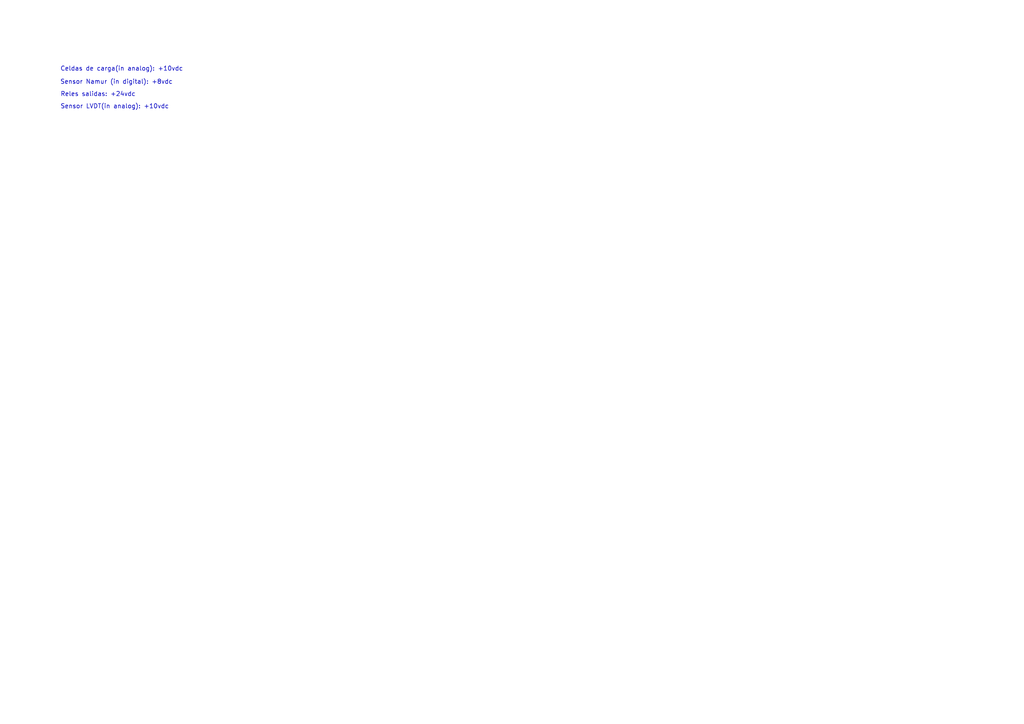
<source format=kicad_sch>
(kicad_sch
	(version 20250114)
	(generator "eeschema")
	(generator_version "9.0")
	(uuid "7bb82ef2-d285-444d-b628-944dc3d7c866")
	(paper "A4")
	(lib_symbols)
	(text "Sensor Namur (in digital): +8vdc"
		(exclude_from_sim no)
		(at 33.782 23.876 0)
		(effects
			(font
				(size 1.27 1.27)
			)
		)
		(uuid "16e03872-a8a3-4b26-b5b1-e84f280c2610")
	)
	(text "Reles salidas: +24vdc"
		(exclude_from_sim no)
		(at 28.448 27.432 0)
		(effects
			(font
				(size 1.27 1.27)
			)
		)
		(uuid "327c451d-0809-429b-a4fe-76edd6ab210b")
	)
	(text "Celdas de carga(in analog): +10vdc"
		(exclude_from_sim no)
		(at 35.306 20.066 0)
		(effects
			(font
				(size 1.27 1.27)
			)
		)
		(uuid "aa0ee4fc-c468-41fe-9675-50065ea10737")
	)
	(text "Sensor LVDT(in analog): +10vdc"
		(exclude_from_sim no)
		(at 33.274 30.988 0)
		(effects
			(font
				(size 1.27 1.27)
			)
		)
		(uuid "fe53836f-9c38-4438-8706-ec93a19c0b7a")
	)
)

</source>
